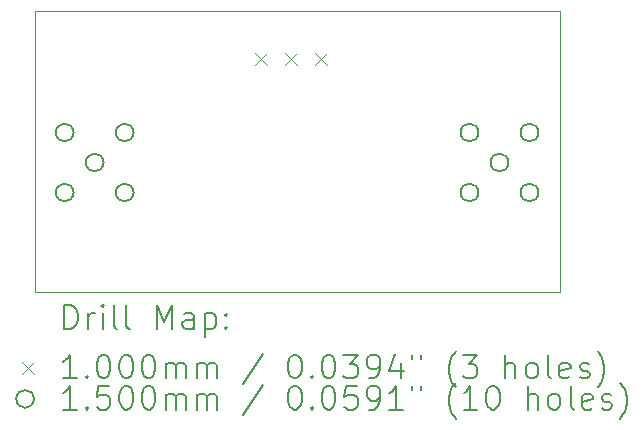
<source format=gbr>
%TF.GenerationSoftware,KiCad,Pcbnew,6.0.11+dfsg-1*%
%TF.CreationDate,2024-04-10T12:01:10+02:00*%
%TF.ProjectId,Nehari_Chauveliere_aase_dephaseur,4e656861-7269-45f4-9368-617576656c69,rev?*%
%TF.SameCoordinates,Original*%
%TF.FileFunction,Drillmap*%
%TF.FilePolarity,Positive*%
%FSLAX45Y45*%
G04 Gerber Fmt 4.5, Leading zero omitted, Abs format (unit mm)*
G04 Created by KiCad (PCBNEW 6.0.11+dfsg-1) date 2024-04-10 12:01:10*
%MOMM*%
%LPD*%
G01*
G04 APERTURE LIST*
%ADD10C,0.100000*%
%ADD11C,0.200000*%
%ADD12C,0.150000*%
G04 APERTURE END LIST*
D10*
X11150600Y-6807200D02*
X15595600Y-6807200D01*
X15595600Y-6807200D02*
X15595600Y-9182100D01*
X15595600Y-9182100D02*
X11150600Y-9182100D01*
X11150600Y-9182100D02*
X11150600Y-6807200D01*
D11*
D10*
X13018300Y-7163600D02*
X13118300Y-7263600D01*
X13118300Y-7163600D02*
X13018300Y-7263600D01*
X13272300Y-7163600D02*
X13372300Y-7263600D01*
X13372300Y-7163600D02*
X13272300Y-7263600D01*
X13526300Y-7163600D02*
X13626300Y-7263600D01*
X13626300Y-7163600D02*
X13526300Y-7263600D01*
D12*
X11480900Y-7835900D02*
G75*
G03*
X11480900Y-7835900I-75000J0D01*
G01*
X11480900Y-8343900D02*
G75*
G03*
X11480900Y-8343900I-75000J0D01*
G01*
X11734900Y-8089900D02*
G75*
G03*
X11734900Y-8089900I-75000J0D01*
G01*
X11988900Y-7835900D02*
G75*
G03*
X11988900Y-7835900I-75000J0D01*
G01*
X11988900Y-8343900D02*
G75*
G03*
X11988900Y-8343900I-75000J0D01*
G01*
X14908600Y-7835900D02*
G75*
G03*
X14908600Y-7835900I-75000J0D01*
G01*
X14908600Y-8343900D02*
G75*
G03*
X14908600Y-8343900I-75000J0D01*
G01*
X15162600Y-8089900D02*
G75*
G03*
X15162600Y-8089900I-75000J0D01*
G01*
X15416600Y-7835900D02*
G75*
G03*
X15416600Y-7835900I-75000J0D01*
G01*
X15416600Y-8343900D02*
G75*
G03*
X15416600Y-8343900I-75000J0D01*
G01*
D11*
X11403219Y-9497576D02*
X11403219Y-9297576D01*
X11450838Y-9297576D01*
X11479409Y-9307100D01*
X11498457Y-9326148D01*
X11507981Y-9345195D01*
X11517505Y-9383290D01*
X11517505Y-9411862D01*
X11507981Y-9449957D01*
X11498457Y-9469005D01*
X11479409Y-9488052D01*
X11450838Y-9497576D01*
X11403219Y-9497576D01*
X11603219Y-9497576D02*
X11603219Y-9364243D01*
X11603219Y-9402338D02*
X11612743Y-9383290D01*
X11622267Y-9373767D01*
X11641314Y-9364243D01*
X11660362Y-9364243D01*
X11727028Y-9497576D02*
X11727028Y-9364243D01*
X11727028Y-9297576D02*
X11717505Y-9307100D01*
X11727028Y-9316624D01*
X11736552Y-9307100D01*
X11727028Y-9297576D01*
X11727028Y-9316624D01*
X11850838Y-9497576D02*
X11831790Y-9488052D01*
X11822267Y-9469005D01*
X11822267Y-9297576D01*
X11955600Y-9497576D02*
X11936552Y-9488052D01*
X11927028Y-9469005D01*
X11927028Y-9297576D01*
X12184171Y-9497576D02*
X12184171Y-9297576D01*
X12250838Y-9440433D01*
X12317505Y-9297576D01*
X12317505Y-9497576D01*
X12498457Y-9497576D02*
X12498457Y-9392814D01*
X12488933Y-9373767D01*
X12469886Y-9364243D01*
X12431790Y-9364243D01*
X12412743Y-9373767D01*
X12498457Y-9488052D02*
X12479409Y-9497576D01*
X12431790Y-9497576D01*
X12412743Y-9488052D01*
X12403219Y-9469005D01*
X12403219Y-9449957D01*
X12412743Y-9430910D01*
X12431790Y-9421386D01*
X12479409Y-9421386D01*
X12498457Y-9411862D01*
X12593695Y-9364243D02*
X12593695Y-9564243D01*
X12593695Y-9373767D02*
X12612743Y-9364243D01*
X12650838Y-9364243D01*
X12669886Y-9373767D01*
X12679409Y-9383290D01*
X12688933Y-9402338D01*
X12688933Y-9459481D01*
X12679409Y-9478529D01*
X12669886Y-9488052D01*
X12650838Y-9497576D01*
X12612743Y-9497576D01*
X12593695Y-9488052D01*
X12774648Y-9478529D02*
X12784171Y-9488052D01*
X12774648Y-9497576D01*
X12765124Y-9488052D01*
X12774648Y-9478529D01*
X12774648Y-9497576D01*
X12774648Y-9373767D02*
X12784171Y-9383290D01*
X12774648Y-9392814D01*
X12765124Y-9383290D01*
X12774648Y-9373767D01*
X12774648Y-9392814D01*
D10*
X11045600Y-9777100D02*
X11145600Y-9877100D01*
X11145600Y-9777100D02*
X11045600Y-9877100D01*
D11*
X11507981Y-9917576D02*
X11393695Y-9917576D01*
X11450838Y-9917576D02*
X11450838Y-9717576D01*
X11431790Y-9746148D01*
X11412743Y-9765195D01*
X11393695Y-9774719D01*
X11593695Y-9898529D02*
X11603219Y-9908052D01*
X11593695Y-9917576D01*
X11584171Y-9908052D01*
X11593695Y-9898529D01*
X11593695Y-9917576D01*
X11727028Y-9717576D02*
X11746076Y-9717576D01*
X11765124Y-9727100D01*
X11774648Y-9736624D01*
X11784171Y-9755671D01*
X11793695Y-9793767D01*
X11793695Y-9841386D01*
X11784171Y-9879481D01*
X11774648Y-9898529D01*
X11765124Y-9908052D01*
X11746076Y-9917576D01*
X11727028Y-9917576D01*
X11707981Y-9908052D01*
X11698457Y-9898529D01*
X11688933Y-9879481D01*
X11679409Y-9841386D01*
X11679409Y-9793767D01*
X11688933Y-9755671D01*
X11698457Y-9736624D01*
X11707981Y-9727100D01*
X11727028Y-9717576D01*
X11917505Y-9717576D02*
X11936552Y-9717576D01*
X11955600Y-9727100D01*
X11965124Y-9736624D01*
X11974648Y-9755671D01*
X11984171Y-9793767D01*
X11984171Y-9841386D01*
X11974648Y-9879481D01*
X11965124Y-9898529D01*
X11955600Y-9908052D01*
X11936552Y-9917576D01*
X11917505Y-9917576D01*
X11898457Y-9908052D01*
X11888933Y-9898529D01*
X11879409Y-9879481D01*
X11869886Y-9841386D01*
X11869886Y-9793767D01*
X11879409Y-9755671D01*
X11888933Y-9736624D01*
X11898457Y-9727100D01*
X11917505Y-9717576D01*
X12107981Y-9717576D02*
X12127028Y-9717576D01*
X12146076Y-9727100D01*
X12155600Y-9736624D01*
X12165124Y-9755671D01*
X12174648Y-9793767D01*
X12174648Y-9841386D01*
X12165124Y-9879481D01*
X12155600Y-9898529D01*
X12146076Y-9908052D01*
X12127028Y-9917576D01*
X12107981Y-9917576D01*
X12088933Y-9908052D01*
X12079409Y-9898529D01*
X12069886Y-9879481D01*
X12060362Y-9841386D01*
X12060362Y-9793767D01*
X12069886Y-9755671D01*
X12079409Y-9736624D01*
X12088933Y-9727100D01*
X12107981Y-9717576D01*
X12260362Y-9917576D02*
X12260362Y-9784243D01*
X12260362Y-9803290D02*
X12269886Y-9793767D01*
X12288933Y-9784243D01*
X12317505Y-9784243D01*
X12336552Y-9793767D01*
X12346076Y-9812814D01*
X12346076Y-9917576D01*
X12346076Y-9812814D02*
X12355600Y-9793767D01*
X12374648Y-9784243D01*
X12403219Y-9784243D01*
X12422267Y-9793767D01*
X12431790Y-9812814D01*
X12431790Y-9917576D01*
X12527028Y-9917576D02*
X12527028Y-9784243D01*
X12527028Y-9803290D02*
X12536552Y-9793767D01*
X12555600Y-9784243D01*
X12584171Y-9784243D01*
X12603219Y-9793767D01*
X12612743Y-9812814D01*
X12612743Y-9917576D01*
X12612743Y-9812814D02*
X12622267Y-9793767D01*
X12641314Y-9784243D01*
X12669886Y-9784243D01*
X12688933Y-9793767D01*
X12698457Y-9812814D01*
X12698457Y-9917576D01*
X13088933Y-9708052D02*
X12917505Y-9965195D01*
X13346076Y-9717576D02*
X13365124Y-9717576D01*
X13384171Y-9727100D01*
X13393695Y-9736624D01*
X13403219Y-9755671D01*
X13412743Y-9793767D01*
X13412743Y-9841386D01*
X13403219Y-9879481D01*
X13393695Y-9898529D01*
X13384171Y-9908052D01*
X13365124Y-9917576D01*
X13346076Y-9917576D01*
X13327028Y-9908052D01*
X13317505Y-9898529D01*
X13307981Y-9879481D01*
X13298457Y-9841386D01*
X13298457Y-9793767D01*
X13307981Y-9755671D01*
X13317505Y-9736624D01*
X13327028Y-9727100D01*
X13346076Y-9717576D01*
X13498457Y-9898529D02*
X13507981Y-9908052D01*
X13498457Y-9917576D01*
X13488933Y-9908052D01*
X13498457Y-9898529D01*
X13498457Y-9917576D01*
X13631790Y-9717576D02*
X13650838Y-9717576D01*
X13669886Y-9727100D01*
X13679409Y-9736624D01*
X13688933Y-9755671D01*
X13698457Y-9793767D01*
X13698457Y-9841386D01*
X13688933Y-9879481D01*
X13679409Y-9898529D01*
X13669886Y-9908052D01*
X13650838Y-9917576D01*
X13631790Y-9917576D01*
X13612743Y-9908052D01*
X13603219Y-9898529D01*
X13593695Y-9879481D01*
X13584171Y-9841386D01*
X13584171Y-9793767D01*
X13593695Y-9755671D01*
X13603219Y-9736624D01*
X13612743Y-9727100D01*
X13631790Y-9717576D01*
X13765124Y-9717576D02*
X13888933Y-9717576D01*
X13822267Y-9793767D01*
X13850838Y-9793767D01*
X13869886Y-9803290D01*
X13879409Y-9812814D01*
X13888933Y-9831862D01*
X13888933Y-9879481D01*
X13879409Y-9898529D01*
X13869886Y-9908052D01*
X13850838Y-9917576D01*
X13793695Y-9917576D01*
X13774648Y-9908052D01*
X13765124Y-9898529D01*
X13984171Y-9917576D02*
X14022267Y-9917576D01*
X14041314Y-9908052D01*
X14050838Y-9898529D01*
X14069886Y-9869957D01*
X14079409Y-9831862D01*
X14079409Y-9755671D01*
X14069886Y-9736624D01*
X14060362Y-9727100D01*
X14041314Y-9717576D01*
X14003219Y-9717576D01*
X13984171Y-9727100D01*
X13974648Y-9736624D01*
X13965124Y-9755671D01*
X13965124Y-9803290D01*
X13974648Y-9822338D01*
X13984171Y-9831862D01*
X14003219Y-9841386D01*
X14041314Y-9841386D01*
X14060362Y-9831862D01*
X14069886Y-9822338D01*
X14079409Y-9803290D01*
X14250838Y-9784243D02*
X14250838Y-9917576D01*
X14203219Y-9708052D02*
X14155600Y-9850910D01*
X14279409Y-9850910D01*
X14346076Y-9717576D02*
X14346076Y-9755671D01*
X14422267Y-9717576D02*
X14422267Y-9755671D01*
X14717505Y-9993767D02*
X14707981Y-9984243D01*
X14688933Y-9955671D01*
X14679409Y-9936624D01*
X14669886Y-9908052D01*
X14660362Y-9860433D01*
X14660362Y-9822338D01*
X14669886Y-9774719D01*
X14679409Y-9746148D01*
X14688933Y-9727100D01*
X14707981Y-9698529D01*
X14717505Y-9689005D01*
X14774648Y-9717576D02*
X14898457Y-9717576D01*
X14831790Y-9793767D01*
X14860362Y-9793767D01*
X14879409Y-9803290D01*
X14888933Y-9812814D01*
X14898457Y-9831862D01*
X14898457Y-9879481D01*
X14888933Y-9898529D01*
X14879409Y-9908052D01*
X14860362Y-9917576D01*
X14803219Y-9917576D01*
X14784171Y-9908052D01*
X14774648Y-9898529D01*
X15136552Y-9917576D02*
X15136552Y-9717576D01*
X15222267Y-9917576D02*
X15222267Y-9812814D01*
X15212743Y-9793767D01*
X15193695Y-9784243D01*
X15165124Y-9784243D01*
X15146076Y-9793767D01*
X15136552Y-9803290D01*
X15346076Y-9917576D02*
X15327028Y-9908052D01*
X15317505Y-9898529D01*
X15307981Y-9879481D01*
X15307981Y-9822338D01*
X15317505Y-9803290D01*
X15327028Y-9793767D01*
X15346076Y-9784243D01*
X15374648Y-9784243D01*
X15393695Y-9793767D01*
X15403219Y-9803290D01*
X15412743Y-9822338D01*
X15412743Y-9879481D01*
X15403219Y-9898529D01*
X15393695Y-9908052D01*
X15374648Y-9917576D01*
X15346076Y-9917576D01*
X15527028Y-9917576D02*
X15507981Y-9908052D01*
X15498457Y-9889005D01*
X15498457Y-9717576D01*
X15679409Y-9908052D02*
X15660362Y-9917576D01*
X15622267Y-9917576D01*
X15603219Y-9908052D01*
X15593695Y-9889005D01*
X15593695Y-9812814D01*
X15603219Y-9793767D01*
X15622267Y-9784243D01*
X15660362Y-9784243D01*
X15679409Y-9793767D01*
X15688933Y-9812814D01*
X15688933Y-9831862D01*
X15593695Y-9850910D01*
X15765124Y-9908052D02*
X15784171Y-9917576D01*
X15822267Y-9917576D01*
X15841314Y-9908052D01*
X15850838Y-9889005D01*
X15850838Y-9879481D01*
X15841314Y-9860433D01*
X15822267Y-9850910D01*
X15793695Y-9850910D01*
X15774648Y-9841386D01*
X15765124Y-9822338D01*
X15765124Y-9812814D01*
X15774648Y-9793767D01*
X15793695Y-9784243D01*
X15822267Y-9784243D01*
X15841314Y-9793767D01*
X15917505Y-9993767D02*
X15927028Y-9984243D01*
X15946076Y-9955671D01*
X15955600Y-9936624D01*
X15965124Y-9908052D01*
X15974648Y-9860433D01*
X15974648Y-9822338D01*
X15965124Y-9774719D01*
X15955600Y-9746148D01*
X15946076Y-9727100D01*
X15927028Y-9698529D01*
X15917505Y-9689005D01*
D12*
X11145600Y-10091100D02*
G75*
G03*
X11145600Y-10091100I-75000J0D01*
G01*
D11*
X11507981Y-10181576D02*
X11393695Y-10181576D01*
X11450838Y-10181576D02*
X11450838Y-9981576D01*
X11431790Y-10010148D01*
X11412743Y-10029195D01*
X11393695Y-10038719D01*
X11593695Y-10162529D02*
X11603219Y-10172052D01*
X11593695Y-10181576D01*
X11584171Y-10172052D01*
X11593695Y-10162529D01*
X11593695Y-10181576D01*
X11784171Y-9981576D02*
X11688933Y-9981576D01*
X11679409Y-10076814D01*
X11688933Y-10067290D01*
X11707981Y-10057767D01*
X11755600Y-10057767D01*
X11774648Y-10067290D01*
X11784171Y-10076814D01*
X11793695Y-10095862D01*
X11793695Y-10143481D01*
X11784171Y-10162529D01*
X11774648Y-10172052D01*
X11755600Y-10181576D01*
X11707981Y-10181576D01*
X11688933Y-10172052D01*
X11679409Y-10162529D01*
X11917505Y-9981576D02*
X11936552Y-9981576D01*
X11955600Y-9991100D01*
X11965124Y-10000624D01*
X11974648Y-10019671D01*
X11984171Y-10057767D01*
X11984171Y-10105386D01*
X11974648Y-10143481D01*
X11965124Y-10162529D01*
X11955600Y-10172052D01*
X11936552Y-10181576D01*
X11917505Y-10181576D01*
X11898457Y-10172052D01*
X11888933Y-10162529D01*
X11879409Y-10143481D01*
X11869886Y-10105386D01*
X11869886Y-10057767D01*
X11879409Y-10019671D01*
X11888933Y-10000624D01*
X11898457Y-9991100D01*
X11917505Y-9981576D01*
X12107981Y-9981576D02*
X12127028Y-9981576D01*
X12146076Y-9991100D01*
X12155600Y-10000624D01*
X12165124Y-10019671D01*
X12174648Y-10057767D01*
X12174648Y-10105386D01*
X12165124Y-10143481D01*
X12155600Y-10162529D01*
X12146076Y-10172052D01*
X12127028Y-10181576D01*
X12107981Y-10181576D01*
X12088933Y-10172052D01*
X12079409Y-10162529D01*
X12069886Y-10143481D01*
X12060362Y-10105386D01*
X12060362Y-10057767D01*
X12069886Y-10019671D01*
X12079409Y-10000624D01*
X12088933Y-9991100D01*
X12107981Y-9981576D01*
X12260362Y-10181576D02*
X12260362Y-10048243D01*
X12260362Y-10067290D02*
X12269886Y-10057767D01*
X12288933Y-10048243D01*
X12317505Y-10048243D01*
X12336552Y-10057767D01*
X12346076Y-10076814D01*
X12346076Y-10181576D01*
X12346076Y-10076814D02*
X12355600Y-10057767D01*
X12374648Y-10048243D01*
X12403219Y-10048243D01*
X12422267Y-10057767D01*
X12431790Y-10076814D01*
X12431790Y-10181576D01*
X12527028Y-10181576D02*
X12527028Y-10048243D01*
X12527028Y-10067290D02*
X12536552Y-10057767D01*
X12555600Y-10048243D01*
X12584171Y-10048243D01*
X12603219Y-10057767D01*
X12612743Y-10076814D01*
X12612743Y-10181576D01*
X12612743Y-10076814D02*
X12622267Y-10057767D01*
X12641314Y-10048243D01*
X12669886Y-10048243D01*
X12688933Y-10057767D01*
X12698457Y-10076814D01*
X12698457Y-10181576D01*
X13088933Y-9972052D02*
X12917505Y-10229195D01*
X13346076Y-9981576D02*
X13365124Y-9981576D01*
X13384171Y-9991100D01*
X13393695Y-10000624D01*
X13403219Y-10019671D01*
X13412743Y-10057767D01*
X13412743Y-10105386D01*
X13403219Y-10143481D01*
X13393695Y-10162529D01*
X13384171Y-10172052D01*
X13365124Y-10181576D01*
X13346076Y-10181576D01*
X13327028Y-10172052D01*
X13317505Y-10162529D01*
X13307981Y-10143481D01*
X13298457Y-10105386D01*
X13298457Y-10057767D01*
X13307981Y-10019671D01*
X13317505Y-10000624D01*
X13327028Y-9991100D01*
X13346076Y-9981576D01*
X13498457Y-10162529D02*
X13507981Y-10172052D01*
X13498457Y-10181576D01*
X13488933Y-10172052D01*
X13498457Y-10162529D01*
X13498457Y-10181576D01*
X13631790Y-9981576D02*
X13650838Y-9981576D01*
X13669886Y-9991100D01*
X13679409Y-10000624D01*
X13688933Y-10019671D01*
X13698457Y-10057767D01*
X13698457Y-10105386D01*
X13688933Y-10143481D01*
X13679409Y-10162529D01*
X13669886Y-10172052D01*
X13650838Y-10181576D01*
X13631790Y-10181576D01*
X13612743Y-10172052D01*
X13603219Y-10162529D01*
X13593695Y-10143481D01*
X13584171Y-10105386D01*
X13584171Y-10057767D01*
X13593695Y-10019671D01*
X13603219Y-10000624D01*
X13612743Y-9991100D01*
X13631790Y-9981576D01*
X13879409Y-9981576D02*
X13784171Y-9981576D01*
X13774648Y-10076814D01*
X13784171Y-10067290D01*
X13803219Y-10057767D01*
X13850838Y-10057767D01*
X13869886Y-10067290D01*
X13879409Y-10076814D01*
X13888933Y-10095862D01*
X13888933Y-10143481D01*
X13879409Y-10162529D01*
X13869886Y-10172052D01*
X13850838Y-10181576D01*
X13803219Y-10181576D01*
X13784171Y-10172052D01*
X13774648Y-10162529D01*
X13984171Y-10181576D02*
X14022267Y-10181576D01*
X14041314Y-10172052D01*
X14050838Y-10162529D01*
X14069886Y-10133957D01*
X14079409Y-10095862D01*
X14079409Y-10019671D01*
X14069886Y-10000624D01*
X14060362Y-9991100D01*
X14041314Y-9981576D01*
X14003219Y-9981576D01*
X13984171Y-9991100D01*
X13974648Y-10000624D01*
X13965124Y-10019671D01*
X13965124Y-10067290D01*
X13974648Y-10086338D01*
X13984171Y-10095862D01*
X14003219Y-10105386D01*
X14041314Y-10105386D01*
X14060362Y-10095862D01*
X14069886Y-10086338D01*
X14079409Y-10067290D01*
X14269886Y-10181576D02*
X14155600Y-10181576D01*
X14212743Y-10181576D02*
X14212743Y-9981576D01*
X14193695Y-10010148D01*
X14174648Y-10029195D01*
X14155600Y-10038719D01*
X14346076Y-9981576D02*
X14346076Y-10019671D01*
X14422267Y-9981576D02*
X14422267Y-10019671D01*
X14717505Y-10257767D02*
X14707981Y-10248243D01*
X14688933Y-10219671D01*
X14679409Y-10200624D01*
X14669886Y-10172052D01*
X14660362Y-10124433D01*
X14660362Y-10086338D01*
X14669886Y-10038719D01*
X14679409Y-10010148D01*
X14688933Y-9991100D01*
X14707981Y-9962529D01*
X14717505Y-9953005D01*
X14898457Y-10181576D02*
X14784171Y-10181576D01*
X14841314Y-10181576D02*
X14841314Y-9981576D01*
X14822267Y-10010148D01*
X14803219Y-10029195D01*
X14784171Y-10038719D01*
X15022267Y-9981576D02*
X15041314Y-9981576D01*
X15060362Y-9991100D01*
X15069886Y-10000624D01*
X15079409Y-10019671D01*
X15088933Y-10057767D01*
X15088933Y-10105386D01*
X15079409Y-10143481D01*
X15069886Y-10162529D01*
X15060362Y-10172052D01*
X15041314Y-10181576D01*
X15022267Y-10181576D01*
X15003219Y-10172052D01*
X14993695Y-10162529D01*
X14984171Y-10143481D01*
X14974648Y-10105386D01*
X14974648Y-10057767D01*
X14984171Y-10019671D01*
X14993695Y-10000624D01*
X15003219Y-9991100D01*
X15022267Y-9981576D01*
X15327028Y-10181576D02*
X15327028Y-9981576D01*
X15412743Y-10181576D02*
X15412743Y-10076814D01*
X15403219Y-10057767D01*
X15384171Y-10048243D01*
X15355600Y-10048243D01*
X15336552Y-10057767D01*
X15327028Y-10067290D01*
X15536552Y-10181576D02*
X15517505Y-10172052D01*
X15507981Y-10162529D01*
X15498457Y-10143481D01*
X15498457Y-10086338D01*
X15507981Y-10067290D01*
X15517505Y-10057767D01*
X15536552Y-10048243D01*
X15565124Y-10048243D01*
X15584171Y-10057767D01*
X15593695Y-10067290D01*
X15603219Y-10086338D01*
X15603219Y-10143481D01*
X15593695Y-10162529D01*
X15584171Y-10172052D01*
X15565124Y-10181576D01*
X15536552Y-10181576D01*
X15717505Y-10181576D02*
X15698457Y-10172052D01*
X15688933Y-10153005D01*
X15688933Y-9981576D01*
X15869886Y-10172052D02*
X15850838Y-10181576D01*
X15812743Y-10181576D01*
X15793695Y-10172052D01*
X15784171Y-10153005D01*
X15784171Y-10076814D01*
X15793695Y-10057767D01*
X15812743Y-10048243D01*
X15850838Y-10048243D01*
X15869886Y-10057767D01*
X15879409Y-10076814D01*
X15879409Y-10095862D01*
X15784171Y-10114910D01*
X15955600Y-10172052D02*
X15974648Y-10181576D01*
X16012743Y-10181576D01*
X16031790Y-10172052D01*
X16041314Y-10153005D01*
X16041314Y-10143481D01*
X16031790Y-10124433D01*
X16012743Y-10114910D01*
X15984171Y-10114910D01*
X15965124Y-10105386D01*
X15955600Y-10086338D01*
X15955600Y-10076814D01*
X15965124Y-10057767D01*
X15984171Y-10048243D01*
X16012743Y-10048243D01*
X16031790Y-10057767D01*
X16107981Y-10257767D02*
X16117505Y-10248243D01*
X16136552Y-10219671D01*
X16146076Y-10200624D01*
X16155600Y-10172052D01*
X16165124Y-10124433D01*
X16165124Y-10086338D01*
X16155600Y-10038719D01*
X16146076Y-10010148D01*
X16136552Y-9991100D01*
X16117505Y-9962529D01*
X16107981Y-9953005D01*
M02*

</source>
